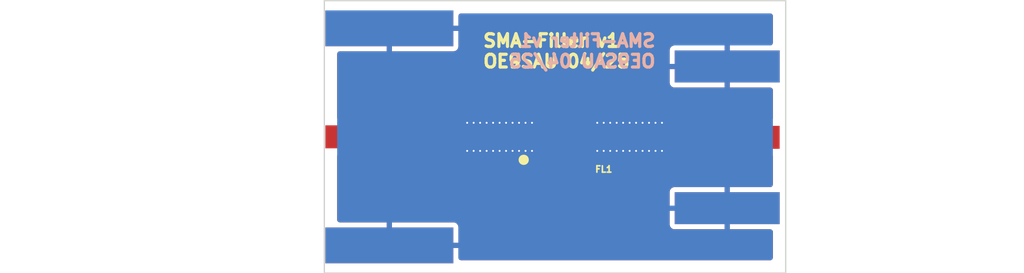
<source format=kicad_pcb>
(kicad_pcb (version 20240108) (generator "pcbnew") (generator_version "8.0")
  (layers (0 "F.Cu" signal) (31 "B.Cu" signal) (34 "B.Paste" user) (35 "F.Paste" user) (36 "B.SilkS" user "B.Silkscreen") (37 "F.SilkS" user "F.Silkscreen") (38 "B.Mask" user) (39 "F.Mask" user) (44 "Edge.Cuts" user))
  (net 0 "")
  (net 1 "Net-(FL1-Pad4)")
  (net 2 "GND")
  (net 3 "Net-(FL1-Pad8)")
  (footprint "0400LP15A0122E:FIL_0400LP15A0122E" (layer "F.Cu") (at 106.167 80.264)
    (property "Reference" "FL1" (at 1.529 1.27 0) (layer "F.SilkS") (effects (font (size 0.25 0.25) (thickness 0.0625))))
    (property "Value" "0400LP15A0122E" (hide yes))
    (fp_circle (center -1.6 0.9) (end -1.5 0.9) (stroke (width 0.2)) (fill none) (layer "F.SilkS"))
    (pad "1" smd rect (at -0.65 0.9) (size 0.35 1) (layers "F.Cu" "F.Paste" "F.Mask") (net 2 "GND"))
    (pad "2" smd rect (at 0 0.9) (size 0.35 1) (layers "F.Cu" "F.Paste" "F.Mask"))
    (pad "3" smd rect (at 0.65 0.9) (size 0.35 1) (layers "F.Cu" "F.Paste" "F.Mask") (net 2 "GND"))
    (pad "4" smd rect (at 1.275 0) (size 1 0.35) (layers "F.Cu" "F.Paste" "F.Mask") (net 1 "Net-(FL1-Pad4)"))
    (pad "5" smd rect (at 0.65 -0.9) (size 0.35 1) (layers "F.Cu" "F.Paste" "F.Mask") (net 2 "GND"))
    (pad "6" smd rect (at 0 -0.9) (size 0.35 1) (layers "F.Cu" "F.Paste" "F.Mask"))
    (pad "7" smd rect (at -0.65 -0.9) (size 0.35 1) (layers "F.Cu" "F.Paste" "F.Mask") (net 2 "GND"))
    (pad "8" smd rect (at -1.275 0) (size 1 0.35) (layers "F.Cu" "F.Paste" "F.Mask") (net 3 "Net-(FL1-Pad8)"))
  )
  (footprint "60312202114508:60312202114508" (layer "F.Cu") (at 112.522 80.283 90)
    (property "Reference" "J1" (hide yes))
    (property "Value" "60312202114508" (hide yes))
    (pad "1" smd rect (at 0 0 90) (size 0.9 4.1) (layers "F.Cu" "F.Paste" "F.Mask") (net 1 "Net-(FL1-Pad4)"))
    (pad "2" smd rect (at -2.775 0 90) (size 1.25 4.1) (layers "F.Cu" "F.Paste" "F.Mask") (net 2 "GND"))
    (pad "3" smd rect (at 2.775 0 90) (size 1.25 4.1) (layers "F.Cu" "F.Paste" "F.Mask") (net 2 "GND"))
    (pad "4" smd rect (at -2.775 0 90) (size 1.25 4.1) (layers "B.Cu" "B.Paste" "B.Mask") (net 2 "GND"))
    (pad "5" smd rect (at 2.775 0 90) (size 1.25 4.1) (layers "B.Cu" "B.Paste" "B.Mask") (net 2 "GND"))
  )
  (footprint "60314202124525:60314202124525" (layer "F.Cu") (at 99.314 80.264 -90)
    (property "Reference" "J2" (hide yes))
    (property "Value" "60314202124525" (hide yes))
    (pad "1" smd rect (at 0 0 270) (size 0.9 5) (layers "F.Cu" "F.Paste" "F.Mask") (net 3 "Net-(FL1-Pad8)"))
    (pad "2" smd rect (at -4.25 0 270) (size 1.4 5) (layers "F.Cu" "F.Paste" "F.Mask") (net 2 "GND"))
    (pad "3" smd rect (at 4.25 0 270) (size 1.4 5) (layers "F.Cu" "F.Paste" "F.Mask") (net 2 "GND"))
    (pad "4" smd rect (at -4.25 0 270) (size 1.4 5) (layers "B.Cu" "B.Paste" "B.Mask") (net 2 "GND"))
    (pad "5" smd rect (at 4.25 0 270) (size 1.4 5) (layers "B.Cu" "B.Paste" "B.Mask") (net 2 "GND"))
  )
  (gr_line (start 96.774 74.93) (end 96.774 85.598) (stroke (width 0.05)) (layer "Edge.Cuts"))
  (gr_line (start 96.774 74.93) (end 114.808 74.93) (stroke (width 0.05)) (layer "Edge.Cuts"))
  (gr_line (start 114.808 74.93) (end 114.808 85.598) (stroke (width 0.05)) (layer "Edge.Cuts"))
  (gr_line (start 96.774 85.598) (end 114.808 85.598) (stroke (width 0.05)) (layer "Edge.Cuts"))
  (gr_text "SMA-Filter v1\nOE9SAU 04/25" (at 109.7788 77.597 0) (layer "B.SilkS") (effects (font (size 0.5 0.5) (thickness 0.125)) (justify left bottom mirror)))
  (gr_text "SMA-Filter v1\nOE9SAU 04/25" (at 102.9208 77.597 0) (layer "F.SilkS") (effects (font (size 0.5 0.5) (thickness 0.125)) (justify left bottom)))
  (segment (start 107.442 80.264) (end 112.503 80.264) (width 0.5) (layer "F.Cu") (net 1))
  (segment (start 112.503 80.264) (end 112.522 80.283) (width 0.2) (layer "F.Cu") (net 1))
  (via (at 102.863636 80.814) (size 0.12) (drill 0.075) (layers "F.Cu" "B.Cu") (net 2))
  (via (at 104.384909 79.714) (size 0.12) (drill 0.075) (layers "F.Cu" "B.Cu") (net 2))
  (via (at 109.21335 80.814) (size 0.12) (drill 0.075) (layers "F.Cu" "B.Cu") (net 2))
  (via (at 104.131363 80.814) (size 0.12) (drill 0.075) (layers "F.Cu" "B.Cu") (net 2))
  (via (at 107.442 79.714) (size 0.12) (drill 0.075) (layers "F.Cu" "B.Cu") (net 2))
  (via (at 108.70725 79.714) (size 0.12) (drill 0.075) (layers "F.Cu" "B.Cu") (net 2))
  (via (at 103.117181 80.814) (size 0.12) (drill 0.075) (layers "F.Cu" "B.Cu") (net 2))
  (via (at 109.9725 79.714) (size 0.12) (drill 0.075) (layers "F.Cu" "B.Cu") (net 2))
  (via (at 104.892 80.814) (size 0.12) (drill 0.075) (layers "F.Cu" "B.Cu") (net 2))
  (via (at 103.624272 80.814) (size 0.12) (drill 0.075) (layers "F.Cu" "B.Cu") (net 2))
  (via (at 102.863636 79.714) (size 0.12) (drill 0.075) (layers "F.Cu" "B.Cu") (net 2))
  (via (at 103.370727 80.814) (size 0.12) (drill 0.075) (layers "F.Cu" "B.Cu") (net 2))
  (via (at 104.131363 79.714) (size 0.12) (drill 0.075) (layers "F.Cu" "B.Cu") (net 2))
  (via (at 102.61009 80.814) (size 0.12) (drill 0.075) (layers "F.Cu" "B.Cu") (net 2))
  (via (at 107.69505 79.714) (size 0.12) (drill 0.075) (layers "F.Cu" "B.Cu") (net 2))
  (via (at 108.20115 79.714) (size 0.12) (drill 0.075) (layers "F.Cu" "B.Cu") (net 2))
  (via (at 103.877818 79.714) (size 0.12) (drill 0.075) (layers "F.Cu" "B.Cu") (net 2))
  (via (at 107.9481 79.714) (size 0.12) (drill 0.075) (layers "F.Cu" "B.Cu") (net 2))
  (via (at 108.20115 80.814) (size 0.12) (drill 0.075) (layers "F.Cu" "B.Cu") (net 2))
  (via (at 108.4542 79.714) (size 0.12) (drill 0.075) (layers "F.Cu" "B.Cu") (net 2))
  (via (at 107.69505 80.814) (size 0.12) (drill 0.075) (layers "F.Cu" "B.Cu") (net 2))
  (via (at 103.877818 80.814) (size 0.12) (drill 0.075) (layers "F.Cu" "B.Cu") (net 2))
  (via (at 102.356545 80.814) (size 0.12) (drill 0.075) (layers "F.Cu" "B.Cu") (net 2))
  (via (at 103.117181 79.714) (size 0.12) (drill 0.075) (layers "F.Cu" "B.Cu") (net 2))
  (via (at 109.71945 80.814) (size 0.12) (drill 0.075) (layers "F.Cu" "B.Cu") (net 2))
  (via (at 104.892 79.714) (size 0.12) (drill 0.075) (layers "F.Cu" "B.Cu") (net 2))
  (via (at 108.4542 80.814) (size 0.12) (drill 0.075) (layers "F.Cu" "B.Cu") (net 2))
  (via (at 109.21335 79.714) (size 0.12) (drill 0.075) (layers "F.Cu" "B.Cu") (net 2))
  (via (at 109.71945 79.714) (size 0.12) (drill 0.075) (layers "F.Cu" "B.Cu") (net 2))
  (via (at 104.384909 80.814) (size 0.12) (drill 0.075) (layers "F.Cu" "B.Cu") (net 2))
  (via (at 102.356545 79.714) (size 0.12) (drill 0.075) (layers "F.Cu" "B.Cu") (net 2))
  (via (at 103.370727 79.714) (size 0.12) (drill 0.075) (layers "F.Cu" "B.Cu") (net 2))
  (via (at 107.9481 80.814) (size 0.12) (drill 0.075) (layers "F.Cu" "B.Cu") (net 2))
  (via (at 104.638454 79.714) (size 0.12) (drill 0.075) (layers "F.Cu" "B.Cu") (net 2))
  (via (at 102.61009 79.714) (size 0.12) (drill 0.075) (layers "F.Cu" "B.Cu") (net 2))
  (via (at 108.9603 79.714) (size 0.12) (drill 0.075) (layers "F.Cu" "B.Cu") (net 2))
  (via (at 108.70725 80.814) (size 0.12) (drill 0.075) (layers "F.Cu" "B.Cu") (net 2))
  (via (at 108.9603 80.814) (size 0.12) (drill 0.075) (layers "F.Cu" "B.Cu") (net 2))
  (via (at 109.9725 80.814) (size 0.12) (drill 0.075) (layers "F.Cu" "B.Cu") (net 2))
  (via (at 104.638454 80.814) (size 0.12) (drill 0.075) (layers "F.Cu" "B.Cu") (net 2))
  (via (at 109.4664 80.814) (size 0.12) (drill 0.075) (layers "F.Cu" "B.Cu") (net 2))
  (via (at 103.624272 79.714) (size 0.12) (drill 0.075) (layers "F.Cu" "B.Cu") (net 2))
  (via (at 109.4664 79.714) (size 0.12) (drill 0.075) (layers "F.Cu" "B.Cu") (net 2))
  (via (at 107.442 80.814) (size 0.12) (drill 0.075) (layers "F.Cu" "B.Cu") (net 2))
  (segment (start 104.892 80.264) (end 99.314 80.264) (width 0.5) (layer "F.Cu") (net 3))
  (zone (net 2) (net_name "GND") (layer "F.Cu") (connect_pads (clearance 0.2)) (min_thickness 0.2) (fill yes (thermal_gap 0.2) (thermal_bridge_width 0.2))
    (polygon (pts (xy 96.774 74.9046) (xy 114.808 74.9046) (xy 114.808 85.5726) (xy 96.8248 85.5726) (xy 96.7994 85.5472) (xy 96.7994 74.9554) (xy 96.8248 74.93) (xy 96.7994 74.93)))
  )
  (zone (net 2) (net_name "GND") (layer "B.Cu") (connect_pads (clearance 0.2)) (min_thickness 0.2) (fill yes (thermal_gap 0.2) (thermal_bridge_width 0.2))
    (polygon (pts (xy 96.7486 74.9046) (xy 114.7826 74.9046) (xy 114.7826 85.5726) (xy 96.7994 85.5726) (xy 96.774 85.5472) (xy 96.774 74.9554) (xy 96.7994 74.93) (xy 96.774 74.93)))
  )
)
</source>
